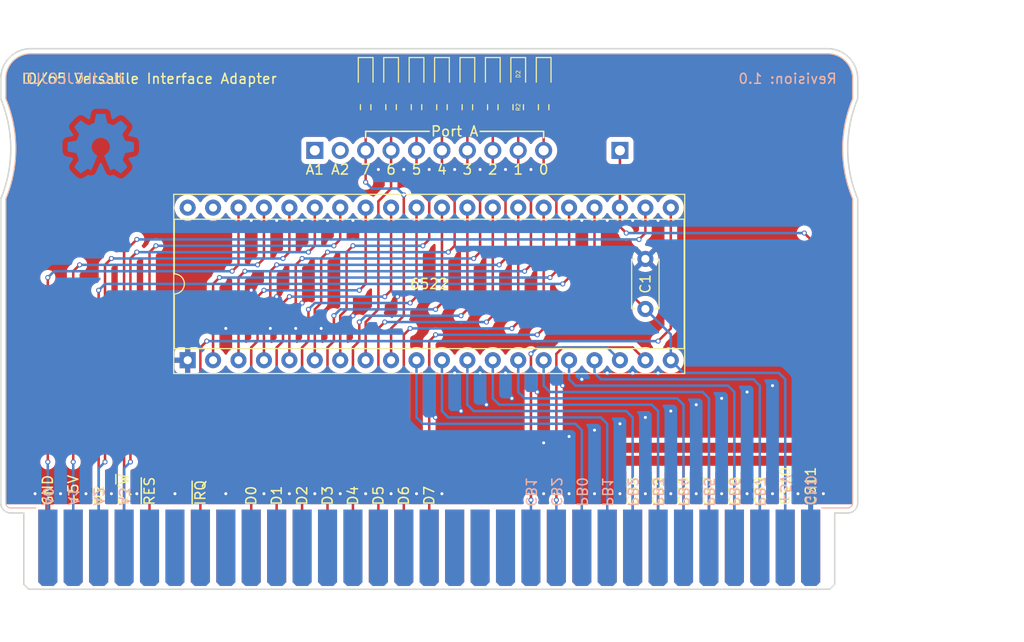
<source format=kicad_pcb>
(kicad_pcb (version 20211014) (generator pcbnew)
  (layers (0 "F.Cu" signal) (31 "B.Cu" signal) (34 "B.Paste" user) (35 "F.Paste" user) (36 "B.SilkS" user "B.Silkscreen") (37 "F.SilkS" user "F.Silkscreen") (38 "B.Mask" user) (39 "F.Mask" user) (44 "Edge.Cuts" user))
  (net 0 "")
  (net 1 "GND")
  (net 2 "Φ2")
  (net 3 "R{slash}~{W}")
  (net 4 "~{RES}")
  (net 6 "~{IRQ}")
  (net 8 "D7")
  (net 9 "D6")
  (net 10 "D5")
  (net 11 "D4")
  (net 12 "D3")
  (net 13 "D2")
  (net 14 "D1")
  (net 15 "D0")
  (net 18 "CS10")
  (net 19 "CS11")
  (net 24 "CS4")
  (net 25 "CS5")
  (net 26 "CS6")
  (net 27 "CS7")
  (net 28 "CS8")
  (net 29 "CS9")
  (net 30 "A3")
  (net 31 "A2")
  (net 32 "A1")
  (net 33 "A0")
  (net 34 "PA7")
  (net 35 "PA6")
  (net 36 "PA5")
  (net 37 "PA4")
  (net 38 "PA3")
  (net 39 "PA2")
  (net 40 "PA1")
  (net 41 "PA0")
  (net 42 "VCC")
  (net 47 "CB1")
  (net 48 "CB2")
  (net 49 "PB0")
  (net 50 "PB1")
  (net 51 "PB2")
  (net 52 "PB3")
  (net 53 "PB4")
  (net 54 "PB5")
  (net 55 "PB6")
  (net 56 "PB7")
  (net 57 "CA1")
  (net 58 "CA2")
  (net 59 "Net-(J2-Pad1)")
  (net 60 "Net-(D1-Pad2)")
  (net 61 "Net-(D2-Pad2)")
  (net 62 "Net-(D3-Pad2)")
  (net 63 "Net-(D4-Pad2)")
  (net 64 "Net-(D5-Pad2)")
  (net 65 "Net-(D6-Pad2)")
  (net 66 "Net-(D7-Pad2)")
  (net 67 "Net-(D8-Pad2)")
  (footprint "LED_SMD:LED_0603_1608Metric_Pad1.05x0.95mm_HandSolder" (layer "F.Cu") (at 3.81 -20.955 -90)
    (fp_text reference "D4" hide)
    (fp_text value "LED" hide)
  )
  (footprint "Jumper:SolderJumper-2_P1.3mm_Open_Pad1.0x1.5mm" (layer "F.Cu") (at 35.56 17.018 -90)
    (fp_text reference "JP10" hide)
    (fp_text value "SolderJumper_2_Open" hide)
  )
  (footprint "Jumper:SolderJumper-2_P1.3mm_Open_Pad1.0x1.5mm" (layer "F.Cu") (at 38.1 17.018 -90)
    (fp_text reference "JP11" hide)
    (fp_text value "SolderJumper_2_Open" hide)
  )
  (footprint "LED_SMD:LED_0603_1608Metric_Pad1.05x0.95mm_HandSolder" (layer "F.Cu") (at 8.89 -20.955 -90)
    (fp_text reference "D2")
    (fp_text value "LED" hide)
  )
  (footprint "Jumper:SolderJumper-2_P1.3mm_Open_Pad1.0x1.5mm" (layer "F.Cu") (at 22.86 17.018 -90)
    (fp_text reference "JP5" hide)
    (fp_text value "SolderJumper_2_Open" hide)
  )
  (footprint "Capacitor_THT:C_Disc_D4.7mm_W2.5mm_P5.00mm" (layer "F.Cu") (at 21.59 2.5 90)
    (fp_text reference "C1")
    (fp_text value "0.1uF" hide)
  )
  (footprint "LED_SMD:LED_0603_1608Metric_Pad1.05x0.95mm_HandSolder" (layer "F.Cu") (at -6.35 -20.955 -90)
    (fp_text reference "D8" hide)
    (fp_text value "LED" hide)
  )
  (footprint "IO65:BUS_PC_M" (layer "F.Cu") (at 0 26.36)
    (fp_text reference "Edge1" hide)
    (fp_text value "Edge Connector" hide)
  )
  (footprint "LED_SMD:LED_0603_1608Metric_Pad1.05x0.95mm_HandSolder" (layer "F.Cu") (at 6.35 -20.955 -90)
    (fp_text reference "D3" hide)
    (fp_text value "LED" hide)
  )
  (footprint "LED_SMD:LED_0603_1608Metric_Pad1.05x0.95mm_HandSolder" (layer "F.Cu") (at 1.27 -20.955 -90)
    (fp_text reference "D5" hide)
    (fp_text value "LED" hide)
  )
  (footprint "Resistor_SMD:R_0603_1608Metric_Pad0.98x0.95mm_HandSolder" (layer "F.Cu") (at 1.27 -17.653 90)
    (fp_text reference "R5" hide)
    (fp_text value "R" hide)
  )
  (footprint "Jumper:SolderJumper-2_P1.3mm_Open_Pad1.0x1.5mm" (layer "F.Cu") (at 25.4 17.018 -90)
    (fp_text reference "JP6" hide)
    (fp_text value "SolderJumper_2_Open" hide)
  )
  (footprint "Resistor_SMD:R_0603_1608Metric_Pad0.98x0.95mm_HandSolder" (layer "F.Cu") (at 8.89 -17.653 90)
    (fp_text reference "R2")
    (fp_text value "R" hide)
  )
  (footprint "LED_SMD:LED_0603_1608Metric_Pad1.05x0.95mm_HandSolder" (layer "F.Cu") (at -3.81 -20.955 -90)
    (fp_text reference "D7" hide)
    (fp_text value "LED" hide)
  )
  (footprint "Resistor_SMD:R_0603_1608Metric_Pad0.98x0.95mm_HandSolder" (layer "F.Cu") (at 11.43 -17.653 90)
    (fp_text reference "R1" hide)
    (fp_text value "R" hide)
  )
  (footprint "Jumper:SolderJumper-2_P1.3mm_Open_Pad1.0x1.5mm" (layer "F.Cu") (at 27.94 17.018 -90)
    (fp_text reference "JP7" hide)
    (fp_text value "SolderJumper_2_Open" hide)
  )
  (footprint "Resistor_SMD:R_0603_1608Metric_Pad0.98x0.95mm_HandSolder" (layer "F.Cu") (at -1.27 -17.653 90)
    (fp_text reference "R6" hide)
    (fp_text value "R" hide)
  )
  (footprint "LED_SMD:LED_0603_1608Metric_Pad1.05x0.95mm_HandSolder" (layer "F.Cu") (at -1.27 -20.955 -90)
    (fp_text reference "D6" hide)
    (fp_text value "LED" hide)
  )
  (footprint "Resistor_SMD:R_0603_1608Metric_Pad0.98x0.95mm_HandSolder" (layer "F.Cu") (at -3.81 -17.653 90)
    (fp_text reference "R7" hide)
    (fp_text value "R" hide)
  )
  (footprint "LED_SMD:LED_0603_1608Metric_Pad1.05x0.95mm_HandSolder" (layer "F.Cu") (at 11.43 -20.955 -90)
    (fp_text reference "D1" hide)
    (fp_text value "LED" hide)
  )
  (footprint "Symbol:OSHW-Symbol_6.7x6mm_Copper" (layer "F.Cu") (at 32.8 -14)
    (fp_text reference "LogoFront" hide)
    (fp_text value "OSHW-Symbol_6.7x6mm_Copper" hide)
  )
  (footprint "Jumper:SolderJumper-2_P1.3mm_Open_Pad1.0x1.5mm" (layer "F.Cu") (at 33.02 17.018 -90)
    (fp_text reference "JP9" hide)
    (fp_text value "SolderJumper_2_Open" hide)
  )
  (footprint "Resistor_SMD:R_0603_1608Metric_Pad0.98x0.95mm_HandSolder" (layer "F.Cu") (at -6.35 -17.653 90)
    (fp_text reference "R8" hide)
    (fp_text value "R" hide)
  )
  (footprint "Resistor_SMD:R_0603_1608Metric_Pad0.98x0.95mm_HandSolder" (layer "F.Cu") (at 6.35 -17.653 90)
    (fp_text reference "R3" hide)
    (fp_text value "R" hide)
  )
  (footprint "Jumper:SolderJumper-2_P1.3mm_Open_Pad1.0x1.5mm" (layer "F.Cu") (at 20.32 17.018 -90)
    (fp_text reference "JP4" hide)
    (fp_text value "SolderJumper_2_Open" hide)
  )
  (footprint "Package_DIP:DIP-40_W15.24mm_Socket" (layer "F.Cu") (at -24.13 7.62 90)
    (fp_text reference "U1" hide)
    (fp_text value "6522")
  )
  (footprint "Symbol:OSHW-Symbol_6.7x6mm_Copper" (layer "F.Cu") (at 32.8 -14)
    (fp_text reference "LogoFrontMask" hide)
    (fp_text value "OSHW-Symbol_6.7x6mm_Copper" hide)
  )
  (footprint "Jumper:SolderJumper-2_P1.3mm_Open_Pad1.0x1.5mm" (layer "F.Cu") (at 30.48 17.018 -90)
    (fp_text reference "JP8" hide)
    (fp_text value "SolderJumper_2_Open" hide)
  )
  (footprint "Resistor_SMD:R_0603_1608Metric_Pad0.98x0.95mm_HandSolder" (layer "F.Cu") (at 3.81 -17.653 90)
    (fp_text reference "R4" hide)
    (fp_text value "R" hide)
  )
  (footprint "Symbol:OSHW-Symbol_6.7x6mm_Copper" (layer "B.Cu") (at -32.8 -14 180)
    (fp_text reference "LogoBack" hide)
    (fp_text value "OSHW-Symbol_6.7x6mm_Copper" hide)
  )
  (footprint "Connector_PinSocket_2.54mm:PinSocket_1x10_P2.54mm_Horizontal" (layer "B.Cu") (at -11.43 -13.335 -90)
    (fp_text reference "J1" hide)
    (fp_text value "Conn_01x08" hide)
  )
  (footprint "Symbol:OSHW-Symbol_6.7x6mm_Copper" (layer "B.Cu") (at -32.8 -14 180)
    (fp_text reference "LogoBackMask" hide)
    (fp_text value "OSHW-Symbol_6.7x6mm_Copper" hide)
  )
  (footprint "Connector_PinSocket_2.54mm:PinSocket_1x01_P2.54mm_Horizontal" (layer "B.Cu") (at 19.05 -13.335 -90)
    (fp_text reference "J2" hide)
    (fp_text value "Conn_01x01" hide)
  )
  (gr_arc (start 42.3 21.88) (mid 42.153553 22.233553) (end 41.8 22.38) (layer "B.SilkS") (width 0.1))
  (gr_line (start -39.8 -23) (end 39.8 -23) (layer "B.SilkS") (width 0.1))
  (gr_line (start 42.3 -8.5) (end 42.3 21.88) (layer "B.SilkS") (width 0.1))
  (gr_arc (start -41.8 22.38) (mid -42.153553 22.233553) (end -42.3 21.88) (layer "B.SilkS") (width 0.1))
  (gr_line (start 42.3 -20.5) (end 42.3 -18.5) (layer "B.SilkS") (width 0.1))
  (gr_line (start -41.8 22.38) (end -39.3 22.38) (layer "B.SilkS") (width 0.1))
  (gr_arc (start -42.3 -20.5) (mid -41.567767 -22.267767) (end -39.8 -23) (layer "B.SilkS") (width 0.1))
  (gr_line (start -42.3 -20.5) (end -42.3 -18.5) (layer "B.SilkS") (width 0.1))
  (gr_arc (start 42.3 -8.5) (mid 41.300901 -13.5) (end 42.3 -18.5) (layer "B.SilkS") (width 0.1))
  (gr_arc (start 39.8 -23) (mid 41.567767 -22.267767) (end 42.3 -20.5) (layer "B.SilkS") (width 0.1))
  (gr_line (start -42.3 21.88) (end -42.3 -8.5) (layer "B.SilkS") (width 0.1))
  (gr_arc (start -42.3 -18.5) (mid -41.300901 -13.5) (end -42.3 -8.5) (layer "B.SilkS") (width 0.1))
  (gr_line (start 41.8 22.38) (end 39.2 22.38) (layer "B.SilkS") (width 0.1))
  (gr_arc (start -42.3 -20.5) (mid -41.567767 -22.267767) (end -39.8 -23) (layer "F.SilkS") (width 0.1))
  (gr_line (start -6.35 -14.605) (end -6.35 -15.24) (layer "F.SilkS") (width 0.15))
  (gr_line (start -39.8 -23) (end 39.8 -23) (layer "F.SilkS") (width 0.1))
  (gr_line (start 11.43 -15.24) (end 5.08 -15.24) (layer "F.SilkS") (width 0.15))
  (gr_line (start 41.8 22.38) (end 39.2 22.38) (layer "F.SilkS") (width 0.1))
  (gr_arc (start -41.8 22.38) (mid -42.153553 22.233553) (end -42.3 21.88) (layer "F.SilkS") (width 0.1))
  (gr_arc (start 42.3 21.88) (mid 42.153553 22.233553) (end 41.8 22.38) (layer "F.SilkS") (width 0.1))
  (gr_line (start 42.3 -20.5) (end 42.3 -18.5) (layer "F.SilkS") (width 0.1))
  (gr_arc (start -42.3 -18.5) (mid -41.300901 -13.5) (end -42.3 -8.5) (layer "F.SilkS") (width 0.1))
  (gr_arc (start 42.3 -8.5) (mid 41.300901 -13.5) (end 42.3 -18.5) (layer "F.SilkS") (width 0.1))
  (gr_line (start -42.3 -20.5) (end -42.3 -18.5) (layer "F.SilkS") (width 0.1))
  (gr_arc (start 39.8 -23) (mid 41.567767 -22.267767) (end 42.3 -20.5) (layer "F.SilkS") (width 0.1))
  (gr_line (start 42.3 -8.5) (end 42.3 21.88) (layer "F.SilkS") (width 0.1))
  (gr_line (start 11.43 -14.605) (end 11.43 -15.24) (layer "F.SilkS") (width 0.15))
  (gr_line (start -42.3 21.88) (end -42.3 -8.5) (layer "F.SilkS") (width 0.1))
  (gr_line (start -6.35 -15.24) (end 0 -15.24) (layer "F.SilkS") (width 0.15))
  (gr_line (start -41.8 22.38) (end -39.3 22.38) (layer "F.SilkS") (width 0.1))
  (gr_arc (start 42.8 21.88) (mid 42.507107 22.587107) (end 41.8 22.88) (layer "Edge.Cuts") (width 0.15))
  (gr_line (start 40.5 22.88) (end 40.5 30) (layer "Edge.Cuts") (width 0.15))
  (gr_line (start 40.5 22.88) (end 41.8 22.88) (layer "Edge.Cuts") (width 0.15))
  (gr_line (start -40.5 22.88) (end -40.5 30) (layer "Edge.Cuts") (width 0.15))
  (gr_arc (start 39.8 -23.5) (mid 41.92132 -22.62132) (end 42.8 -20.5) (layer "Edge.Cuts") (width 0.15))
  (gr_line (start -40.5 22.88) (end -41.8 22.88) (layer "Edge.Cuts") (width 0.15))
  (gr_line (start -42.8 21.88) (end -42.8 -8.5) (layer "Edge.Cuts") (width 0.15))
  (gr_line (start -40 30.5) (end 40 30.5) (layer "Edge.Cuts") (width 0.15))
  (gr_arc (start 42.8 -8.5) (mid 41.800901 -13.5) (end 42.8 -18.5) (layer "Edge.Cuts") (width 0.15))
  (gr_line (start -42.8 -20.5) (end -42.8 -18.5) (layer "Edge.Cuts") (width 0.15))
  (gr_line (start -40.5 30) (end -40 30.5) (layer "Edge.Cuts") (width 0.15))
  (gr_arc (start -42.8 -20.5) (mid -41.92132 -22.62132) (end -39.8 -23.5) (layer "Edge.Cuts") (width 0.15))
  (gr_line (start -39.8 -23.5) (end 39.8 -23.5) (layer "Edge.Cuts") (width 0.15))
  (gr_arc (start -41.8 22.88) (mid -42.507107 22.587107) (end -42.8 21.88) (layer "Edge.Cuts") (width 0.15))
  (gr_line (start 42.8 -20.5) (end 42.8 -18.5) (layer "Edge.Cuts") (width 0.15))
  (gr_line (start 40 30.5) (end 40.5 30) (layer "Edge.Cuts") (width 0.15))
  (gr_arc (start -42.8 -18.5) (mid -41.800901 -13.5) (end -42.8 -8.5) (layer "Edge.Cuts") (width 0.15))
  (gr_line (start 42.8 -8.5) (end 42.8 21.88) (layer "Edge.Cuts") (width 0.15))
  (gr_text "PB2" (at 20.32 22.352 270) (layer "B.SilkS") (effects (font (size 1 1)) (justify left mirror)))
  (gr_text "JLCJLCJLCJLC" (at -40.7 -20.5) (layer "B.SilkS") (effects (font (size 1 1)) (justify right mirror)))
  (gr_text "PB4" (at 25.4 22.352 270) (layer "B.SilkS") (effects (font (size 1 1)) (justify left mirror)))
  (gr_text "GND" (at 38.1 22.225 -90) (layer "B.SilkS") (effects (font (size 1 1)) (justify left mirror)))
  (gr_text "A3" (at -30.48 22.225 270) (layer "B.SilkS") (effects (font (size 1 1)) (justify left mirror)))
  (gr_text "+5V" (at 35.56 22.225 -90) (layer "B.SilkS") (effects (font (size 1 1)) (justify left mirror)))
  (gr_text "Revision: 1.0" (at 40.799995 -20.5) (layer "B.SilkS") (effects (font (size 1 1)) (justify left mirror)))
  (gr_text "CB1" (at 10.16 22.352 270) (layer "B.SilkS") (effects (font (size 1 1)) (justify left mirror)))
  (gr_text "PB5" (at 27.94 22.352 270) (layer "B.SilkS") (effects (font (size 1 1)) (justify left mirror)))
  (gr_text "PB7" (at 33.02 22.352 270) (layer "B.SilkS") (effects (font (size 1 1)) (justify left mirror)))
  (gr_text "PB0" (at 15.24 22.352 270) (layer "B.SilkS") (effects (font (size 1 1)) (justify left mirror)))
  (gr_text "PB3" (at 22.86 22.352 270) (layer "B.SilkS") (effects (font (size 1 1)) (justify left mirror)))
  (gr_text "A0" (at -38.1 22.225 270) (layer "B.SilkS") (effects (font (size 1 1)) (justify left mirror)))
  (gr_text "A2" (at -33.02 22.225 270) (layer "B.SilkS") (effects (font (size 1 1)) (justify left mirror)))
  (gr_text "PB6" (at 30.48 22.352 270) (layer "B.SilkS") (effects (font (size 1 1)) (justify left mirror)))
  (gr_text "CB2" (at 12.7 22.352 270) (layer "B.SilkS") (effects (font (size 1 1)) (justify left mirror)))
  (gr_text "PB1" (at 17.78 22.352 270) (layer "B.SilkS") (effects (font (size 1 1)) (justify left mirror)))
  (gr_text "A1" (at -35.56 22.225 270) (layer "B.SilkS") (effects (font (size 1 1)) (justify left mirror)))
  (gr_text "CS9" (at 33.02 22.225 90) (layer "F.SilkS") (effects (font (size 1 1)) (justify left)))
  (gr_text "" (at 15.24 -15.24) (layer "F.SilkS") (effects (font (size 1.27 1.27))))
  (gr_text "" (at 15.24 -15.24) (layer "F.SilkS") (effects (font (size 1.27 1.27))))
  (gr_text "" (at 20.32 -15.24) (layer "F.SilkS") (effects (font (size 1.27 1.27))))
  (gr_text "R/~{W}" (at -30.48 22.225 90) (layer "F.SilkS") (effects (font (size 1 1)) (justify left)))
  (gr_text "IO/65 Versatile Interface Adapter" (at -40.799999 -20.5) (layer "F.SilkS") (effects (font (size 1 1)) (justify left)))
  (gr_text "" (at 10.16 -15.24) (layer "F.SilkS") (effects (font (size 1.27 1.27))))
  (gr_text "" (at 40.64 -15.24) (layer "F.SilkS") (effects (font (size 1.27 1.27))))
  (gr_text "" (at -24.13 -10.795) (layer "F.SilkS") (effects (font (size 1.27 1.27))))
  (gr_text "5" (at -1.27 -11.43) (layer "F.SilkS") (effects (font (size 1 1))))
  (gr_text "1" (at 8.89 -11.43) (layer "F.SilkS") (effects (font (size 1 1))))
  (gr_text "A1" (at -11.43 -11.43) (layer "F.SilkS") (effects (font (size 1 1))))
  (gr_text "CS6" (at 25.4 22.225 90) (layer "F.SilkS") (effects (font (size 1 1)) (justify left)))
  (gr_text "" (at 33.02 -15.24) (layer "F.SilkS") (effects (font (size 1.27 1.27))))
  (gr_text "" (at 10.16 -15.24) (layer "F.SilkS") (effects (font (size 1.27 1.27))))
  (gr_text "" (at 38.1 -15.24) (layer "F.SilkS") (effects (font (size 1.27 1.27))))
  (gr_text "" (at 30.48 -15.24) (layer "F.SilkS") (effects (font (size 1.27 1.27))))
  (gr_text "" (at 25.4 -15.24) (layer "F.SilkS") (effects (font (size 1.27 1.27))))
  (gr_text "" (at 5.08 -15.24) (layer "F.SilkS") (effects (font (size 1.27 1.27))))
  (gr_text "" (at 12.7 -15.24) (layer "F.SilkS") (effects (font (size 1.27 1.27))))
  (gr_text "" (at 20.32 -15.24) (layer "F.SilkS") (effects (font (size 1.27 1.27))))
  (gr_text "CS7" (at 27.94 22.225 90) (layer "F.SilkS") (effects (font (size 1 1)) (justify left)))
  (gr_text "" (at 17.365 -9.495) (layer "F.SilkS") (effects (font (size 1.27 1.27))))
  (gr_text "" (at 12.7 -15.24) (layer "F.SilkS") (effects (font (size 1.27 1.27))))
  (gr_text "" (at 17.78 -15.24) (layer "F.SilkS") (effects (font (size 1.27 1.27))))
  (gr_text "" (at -24.13 -10.795) (layer "F.SilkS") (effects (font (size 1.27 1.27))))
  (gr_text "" (at 27.94 -15.24) (layer "F.SilkS") (effects (font (size 1.27 1.27))))
  (gr_text "" (at -19.05 -10.795) (layer "F.SilkS") (effects (font (size 1.27 1.27))))
  (gr_text "CS11" (at 38.1 22.225 90) (layer "F.SilkS") (effects (font (size 1 1)) (justify left)))
  (gr_text "CS8" (at 30.48 22.225 90) (layer "F.SilkS") (effects (font (size 1 1)) (justify left)))
  (gr_text "D4" (at -7.62 22.225 90) (layer "F.SilkS") (effects (font (size 1 1)) (justify left)))
  (gr_text "GND" (at -38.1 22.225 90) (layer "F.SilkS") (effects (font (size 1 1)) (justify left)))
  (gr_text "" (at 35.56 -15.24) (layer "F.SilkS") (effects (font (size 1.27 1.27))))
  (gr_text "CS10" (at 35.56 22.225 90) (layer "F.SilkS") (effects (font (size 1 1)) (justify left)))
  (gr_text "" (at 38.1 -15.24) (layer "F.SilkS") (effects (font (size 1.27 1.27))))
  (gr_text "~{IRQ}" (at -22.86 22.225 90) (layer "F.SilkS") (effects (font (size 1 1)) (justify left)))
  (gr_text "D1" (at -15.24 22.225 90) (layer "F.SilkS") (effects (font (size 1 1)) (justify left)))
  (gr_text "" (at 19.905 -9.495) (layer "F.SilkS") (effects (font (size 1.27 1.27))))
  (gr_text "~{RES}" (at -27.94 22.225 90) (layer "F.SilkS") (effects (font (size 1 1)) (justify left)))
  (gr_text "D7" (at 0 22.225 90) (layer "F.SilkS") (effects (font (size 1 1)) (justify left)))
  (gr_text "" (at -19.05 -10.795) (layer "F.SilkS") (effects (font (size 1.27 1.27))))
  (gr_text "D6" (at -2.54 22.225 90) (layer "F.SilkS") (effects (font (size 1 1)) (justify left)))
  (gr_text "" (at 25.4 -15.24) (layer "F.SilkS") (effects (font (size 1.27 1.27))))
  (gr_text "D3" (at -10.16 22.225 90) (layer "F.SilkS") (effects (font (size 1 1)) (justify left)))
  (gr_text "A2" (at -8.89 -11.43) (layer "F.SilkS") (effects (font (size 1 1))))
  (gr_text "6" (at -3.81 -11.43) (layer "F.SilkS") (effects (font (size 1 1))))
  (gr_text "Φ2" (at -33.02 22.225 90) (layer "F.SilkS") (effects (font (size 1 1)) (justify left)))
  (gr_text "" (at 19.905 -9.495) (layer "F.SilkS") (effects (font (size 1.27 1.27))))
  (gr_text "D2" (at -12.7 22.225 90) (layer "F.SilkS") (effects (font (size 1 1)) (justify left)))
  (gr_text "" (at 7.62 -15.24) (layer "F.SilkS") (effects (font (size 1.27 1.27))))
  (gr_text "" (at 5.08 -15.24) (layer "F.SilkS") (effects (font (size 1.27 1.27))))
  (gr_text "" (at 40.64 -15.24) (layer "F.SilkS") (effects (font (size 1.27 1.27))))
  (gr_text "" (at 33.02 -15.24) (layer "F.SilkS") (effects (font (size 1.27 1.27))))
  (gr_text "" (at 22.445 -9.495) (layer "F.SilkS") (effects (font (size 1.27 1.27))))
  (gr_text "D5" (at -5.08 22.225 90) (layer "F.SilkS") (effects (font (size 1 1)) (justify left)))
  (gr_text "4" (at 1.27 -11.43) (layer "F.SilkS") (effects (font (size 1 1))))
  (gr_text "" (at 7.62 -15.24) (layer "F.SilkS") (effects (font (size 1.27 1.27))))
  (gr_text "0" (at 11.43 -11.43) (layer "F.SilkS") (effects (font (size 1 1))))
  (gr_text "CS4" (at 20.32 22.225 90) (layer "F.SilkS") (effects (font (size 1 1)) (justify left)))
  (gr_text "" (at 35.56 -15.24) (layer "F.SilkS") (effects (font (size 1.27 1.27))))
  (gr_text "CS5" (at 22.86 22.225 90) (layer "F.SilkS") (effects (font (size 1 1)) (justify left)))
  (gr_text "" (at 22.86 -15.24) (layer "F.SilkS") (effects (font (size 1.27 1.27))))
  (gr_text "" (at 27.94 -15.24) (layer "F.SilkS") (effects (font (size 1.27 1.27))))
  (gr_text "+5V" (at -35.56 22.225 90) (layer "F.SilkS") (effects (font (size 1 1)) (justify left)))
  (gr_text "D0" (at -17.78 22.225 90) (layer "F.SilkS") (effects (font (size 1 1)) (justify left)))
  (gr_text "" (at 17.365 -9.495) (layer "F.SilkS") (effects (font (size 1.27 1.27))))
  (gr_text "7" (at -6.35 -11.43) (layer "F.SilkS") (effects (font (size 1 1))))
  (gr_text "" (at 17.78 -15.24) (layer "F.SilkS") (effects (font (size 1.27 1.27))))
  (gr_text "" (at -21.59 -10.795) (layer "F.SilkS") (effects (font (size 1.27 1.27))))
  (gr_text "" (at 30.48 -15.24) (layer "F.SilkS") (effects (font (size 1.27 1.27))))
  (gr_text "" (at 22.445 -9.495) (layer "F.SilkS") (effects (font (size 1.27 1.27))))
  (gr_text "" (at -21.59 -10.795) (layer "F.SilkS") (effects (font (size 1.27 1.27))))
  (gr_text "Port A" (at 2.54 -15.24) (layer "F.SilkS") (effects (font (size 1 1))))
  (gr_text "3" (at 3.81 -11.43) (layer "F.SilkS") (effects (font (size 1 1))))
  (gr_text "" (at 22.86 -15.24) (layer "F.SilkS") (effects (font (size 1.27 1.27))))
  (gr_text "2" (at 6.35 -11.43) (layer "F.SilkS") (effects (font (size 1 1))))
  (via (at -20.32 4.445) (size 0.5) (drill 0.3) (layers "F.Cu" "B.Cu") (net 1))
  (via (at 1.27 20.955) (size 0.5) (drill 0.3) (layers "F.Cu" "B.Cu") (net 1))
  (via (at 0 -11.43) (size 0.5) (drill 0.3) (layers "F.Cu" "B.Cu") (net 1))
  (via (at 26.67 20.955) (size 0.5) (drill 0.3) (layers "F.Cu" "B.Cu") (net 1))
  (via (at 2.54 8.89) (size 0.5) (drill 0.3) (layers "F.Cu" "B.Cu") (net 1))
  (via (at 0.635 13.335) (size 0.5) (drill 0.3) (layers "F.Cu" "B.Cu") (net 1))
  (via (at 13.97 20.955) (size 0.5) (drill 0.3) (layers "F.Cu" "B.Cu") (net 1))
  (via (at -6.35 20.955) (size 0.5) (drill 0.3) (layers "F.Cu" "B.Cu") (net 1))
  (via (at 21.59 13.335) (size 0.5) (drill 0.3) (layers "F.Cu" "B.Cu") (net 1))
  (via (at -15.875 4.445) (size 0.5) (drill 0.3) (layers "F.Cu" "B.Cu") (net 1))
  (via (at 34.29 20.955) (size 0.5) (drill 0.3) (layers "F.Cu" "B.Cu") (net 1))
  (via (at 29.21 11.43) (size 0.5) (drill 0.3) (layers "F.Cu" "B.Cu") (net 1))
  (via (at 24.13 20.955) (size 0.5) (drill 0.3) (layers "F.Cu" "B.Cu") (net 1))
  (via (at 34.29 10.16) (size 0.5) (drill 0.3) (layers "F.Cu" "B.Cu") (net 1))
  (via (at 11.43 15.875) (size 0.5) (drill 0.3) (layers "F.Cu" "B.Cu") (net 1))
  (via (at 21.59 20.955) (size 0.5) (drill 0.3) (layers "F.Cu" "B.Cu") (net 1))
  (via (at -16.51 20.955) (size 0.5) (drill 0.3) (layers "F.Cu" "B.Cu") (net 1))
  (via (at 17.78 -6.35) (size 0.5) (drill 0.3) (layers "F.Cu" "B.Cu") (net 1))
  (via (at 22.86 8.89) (size 0.5) (drill 0.3) (layers "F.Cu" "B.Cu") (net 1))
  (via (at 7.62 8.89) (size 0.5) (drill 0.3) (layers "F.Cu" "B.Cu") (net 1))
  (via (at 15.24 -6.35) (size 0.5) (drill 0.3) (layers "F.Cu" "B.Cu") (net 1))
  (via (at 15.24 9.525) (size 0.5) (drill 0.3) (layers "F.Cu" "B.Cu") (net 1))
  (via (at -39.37 20.955) (size 0.5) (drill 0.3) (layers "F.Cu" "B.Cu") (net 1))
  (via (at -17.78 0.635) (size 0.5) (drill 0.3) (layers "F.Cu" "B.Cu") (net 1))
  (via (at -13.335 4.445) (size 0.5) (drill 0.3) (layers "F.Cu" "B.Cu") (net 1))
  (via (at -36.83 20.955) (size 0.5) (drill 0.3) (layers "F.Cu" "B.Cu") (net 1))
  (via (at -10.16 -6.35) (size 0.5) (drill 0.3) (layers "F.Cu" "B.Cu") (net 1))
  (via (at 20.32 8.89) (size 0.5) (drill 0.3) (layers "F.Cu" "B.Cu") (net 1))
  (via (at -29.21 20.955) (size 0.5) (drill 0.3) (layers "F.Cu" "B.Cu") (net 1))
  (via (at 20.32 -6.35) (size 0.5) (drill 0.3) (layers "F.Cu" "B.Cu") (net 1))
  (via (at 22.86 -6.35) (size 0.5) (drill 0.3) (layers "F.Cu" "B.Cu") (net 1))
  (via (at -10.795 4.445) (size 0.5) (drill 0.3) (layers "F.Cu" "B.Cu") (net 1))
  (via (at -7.62 -6.35) (size 0.5) (drill 0.3) (layers "F.Cu" "B.Cu") (net 1))
  (via (at 26.67 12.065) (size 0.5) (drill 0.3) (layers "F.Cu" "B.Cu") (net 1))
  (via (at 31.75 10.795) (size 0.5) (drill 0.3) (layers "F.Cu" "B.Cu") (net 1))
  (via (at -3.175 1.27) (size 0.5) (drill 0.3) (layers "F.Cu" "B.Cu") (net 1))
  (via (at 5.08 8.89) (size 0.5) (drill 0.3) (layers "F.Cu" "B.Cu") (net 1))
  (via (at 19.05 13.97) (size 0.5) (drill 0.3) (layers "F.Cu" "B.Cu") (net 1))
  (via (at 13.335 10.16) (size 0.5) (drill 0.3) (layers "F.Cu" "B.Cu") (net 1))
  (via (at 19.05 20.955) (size 0.5) (drill 0.3) (layers "F.Cu" "B.Cu") (net 1))
  (via (at -3.81 20.955) (size 0.5) (drill 0.3) (layers "F.Cu" "B.Cu") (net 1))
  (via (at 8.255 11.43) (size 0.5) (drill 0.3) (layers "F.Cu" "B.Cu") (net 1))
  (via (at -12.7 1.905) (size 0.5) (drill 0.3) (layers "F.Cu" "B.Cu") (net 1))
  (via (at 24.13 12.7) (size 0.5) (drill 0.3) (layers "F.Cu" "B.Cu") (net 1))
  (via (at -1.27 20.955) (size 0.5) (drill 0.3) (layers "F.Cu" "B.Cu") (net 1))
  (via (at 36.83 20.955) (size 0.5) (drill 0.3) (layers "F.Cu" "B.Cu") (net 1))
  (via (at -31.75 20.955) (size 0.5) (drill 0.3) (layers "F.Cu" "B.Cu") (net 1))
  (via (at -20.32 20.955) (size 0.5) (drill 0.3) (layers "F.Cu" "B.Cu") (net 1))
  (via (at -15.24 -6.35) (size 0.5) (drill 0.3) (layers "F.Cu" "B.Cu") (net 1))
  (via (at -8.89 20.955) (size 0.5) (drill 0.3) (layers "F.Cu" "B.Cu") (net 1))
  (via (at 3.175 12.7) (size 0.5) (drill 0.3) (layers "F.Cu" "B.Cu") (net 1))
  (via (at 5.715 12.065) (size 0.5) (drill 0.3) (layers "F.Cu" "B.Cu") (net 1))
  (via (at -25.4 20.955) (size 0.5) (drill 0.3) (layers "F.Cu" "B.Cu") (net 1))
  (via (at -7.62 3.175) (size 0.5) (drill 0.3) (layers "F.Cu" "B.Cu") (net 1))
  (via (at 10.16 -11.43) (size 0.5) (drill 0.3) (layers "F.Cu" "B.Cu") (net 1))
  (via (at -13.97 20.955) (size 0.5) (drill 0.3) (layers "F.Cu" "B.Cu") (net 1))
  (via (at 13.97 15.24) (size 0.5) (drill 0.3) (layers "F.Cu" "B.Cu") (net 1))
  (via (at 7.62 -11.43) (size 0.5) (drill 0.3) (layers "F.Cu" "B.Cu") (net 1))
  (via (at 29.21 20.955) (size 0.5) (drill 0.3) (layers "F.Cu" "B.Cu") (net 1))
  (via (at 5.08 -11.43) (size 0.5) (drill 0.3) (layers "F.Cu" "B.Cu") (net 1))
  (via (at 2.54 -11.43) (size 0.5) (drill 0.3) (layers "F.Cu" "B.Cu") (net 1))
  (via (at 10.795 10.795) (size 0.5) (drill 0.3) (layers "F.Cu" "B.Cu") (net 1))
  (via (at -15.24 1.27) (size 0.5) (drill 0.3) (layers "F.Cu" "B.Cu") (net 1))
  (via (at -2.54 -11.43) (size 0.5) (drill 0.3) (layers "F.Cu" "B.Cu") (net 1))
  (via (at 31.75 20.955) (size 0.5) (drill 0.3) (layers "F.Cu" "B.Cu") (net 1))
  (via (at 11.43 20.955) (size 0.5) (drill 0.3) (layers "F.Cu" "B.Cu") (net 1))
  (via (at -34.29 20.955) (size 0.5) (drill 0.3) (layers "F.Cu" "B.Cu") (net 1))
  (via (at -5.08 -11.43) (size 0.5) (drill 0.3) (layers "F.Cu" "B.Cu") (net 1))
  (via (at 39.37 20.955) (size 0.5) (drill 0.3) (layers "F.Cu" "B.Cu") (net 1))
  (via (at -12.7 -6.35) (size 0.5) (drill 0.3) (layers "F.Cu" "B.Cu") (net 1))
  (via (at 17.78 8.89) (size 0.5) (drill 0.3) (layers "F.Cu" "B.Cu") (net 1))
  (via (at -17.78 -6.35) (size 0.5) (drill 0.3) (layers "F.Cu" "B.Cu") (net 1))
  (via (at 16.51 14.605) (size 0.5) (drill 0.3) (layers "F.Cu" "B.Cu") (net 1))
  (via (at 16.51 20.955) (size 0.5) (drill 0.3) (layers "F.Cu" "B.Cu") (net 1))
  (via (at -11.43 20.955) (size 0.5) (drill 0.3) (layers "F.Cu" "B.Cu") (net 1))
  (segment (start 13.97 -7.62) (end 13.97 -0.635) (width 0.25) (layer "F.Cu") (net 2))
  (segment (start -33.02 0.635) (end -33.02 26.36) (width 0.25) (layer "F.Cu") (net 2))
  (segment (start 13.97 -0.635) (end 13.335 0) (width 0.25) (layer "F.Cu") (net 2))
  (via (at 13.335 0) (size 0.5) (drill 0.3) (layers "F.Cu" "B.Cu") (net 2))
  (via (at -33.02 0.635) (size 0.5) (drill 0.3) (layers "F.Cu" "B.Cu") (net 2))
  (segment (start -32.385 0) (end -33.02 0.635) (width 0.25) (layer "B.Cu") (net 2))
  (segment (start 13.335 0) (end -32.385 0) (width 0.25) (layer "B.Cu") (net 2))
  (segment (start 20.955 -4.445) (end 21.59 -5.08) (width 0.25) (layer "F.Cu") (net 3))
  (segment (start -30.48 -3.175) (end -30.48 26.36) (width 0.25) (layer "F.Cu") (net 3))
  (segment (start -29.21 -4.445) (end -30.48 -3.175) (width 0.25) (layer "F.Cu") (net 3))
  (segment (start 21.59 -5.08) (end 21.59 -7.62) (width 0.25) (layer "F.Cu") (net 3))
  (via (at -29.21 -4.445) (size 0.5) (drill 0.3) (layers "F.Cu" "B.Cu") (net 3))
  (via (at 20.955 -4.445) (size 0.5) (drill 0.3) (layers "F.Cu" "B.Cu") (net 3))
  (segment (start -29.21 -4.445) (end 20.955 -4.445) (width 0.25) (layer "B.Cu") (net 3))
  (segment (start -8.89 -7.62) (end -8.89 -4.445) (width 0.25) (layer "F.Cu") (net 4))
  (segment (start -27.94 -3.175) (end -27.94 26.36) (width 0.25) (layer "F.Cu") (net 4))
  (segment (start -8.89 -4.445) (end -9.525 -3.81) (width 0.25) (layer "F.Cu") (net 4))
  (segment (start -27.305 -3.81) (end -27.94 -3.175) (width 0.25) (layer "F.Cu") (net 4))
  (via (at -9.525 -3.81) (size 0.5) (drill 0.3) (layers "F.Cu" "B.Cu") (net 4))
  (via (at -27.305 -3.81) (size 0.5) (drill 0.3) (layers "F.Cu" "B.Cu") (net 4))
  (segment (start -9.525 -3.81) (end -27.305 -3.81) (width 0.25) (layer "B.Cu") (net 4))
  (segment (start 22.86 5.715) (end 24.13 4.445) (width 0.25) (layer "F.Cu") (net 6))
  (segment (start -22.86 6.35) (end -22.225 5.715) (width 0.25) (layer "F.Cu") (net 6))
  (segment (start 24.13 4.445) (end 24.13 -7.62) (width 0.25) (layer "F.Cu") (net 6))
  (segment (start -22.86 26.36) (end -22.86 6.35) (width 0.25) (layer "F.Cu") (net 6))
  (via (at 22.86 5.715) (size 0.5) (drill 0.3) (layers "F.Cu" "B.Cu") (net 6))
  (via (at -22.225 5.715) (size 0.5) (drill 0.3) (layers "F.Cu" "B.Cu") (net 6))
  (segment (start -22.225 5.715) (end 22.86 5.715) (width 0.25) (layer "B.Cu") (net 6))
  (segment (start 0 26.36) (end 0 5.715) (width 0.25) (layer "F.Cu") (net 8))
  (segment (start 10.795 5.08) (end 11.43 4.445) (width 0.25) (layer "F.Cu") (net 8))
  (segment (start 11.43 4.445) (end 11.43 -7.62) (width 0.25) (layer "F.Cu") (net 8))
  (segment (start 0 5.715) (end 0.635 5.08) (width 0.25) (layer "F.Cu") (net 8))
  (via (at 10.795 5.08) (size 0.5) (drill 0.3) (layers "F.Cu" "B.Cu") (net 8))
  (via (at 0.635 5.08) (size 0.5) (drill 0.3) (layers "F.Cu" "B.Cu") (net 8))
  (segment (start 10.795 5.08) (end 0.635 5.08) (width 0.25) (layer "B.Cu") (net 8))
  (segment (start 8.255 4.445) (end 8.89 3.81) (width 0.25) (layer "F.Cu") (net 9))
  (segment (start 8.89 3.81) (end 8.89 -7.62) (width 0.25) (layer "F.Cu") (net 9))
  (segment (start -2.54 5.08) (end -1.905 4.445) (width 0.25) (layer "F.Cu") (net 9))
  (segment (start -2.54 26.36) (end -2.54 5.08) (width 0.25) (layer "F.Cu") (net 9))
  (via (at 8.255 4.445) (size 0.5) (drill 0.3) (layers "F.Cu" "B.Cu") (net 9))
  (via (at -1.905 4.445) (size 0.5) (drill 0.3) (layers "F.Cu" "B.Cu") (net 9))
  (segment (start 8.255 4.445) (end -1.905 4.445) (width 0.25) (layer "B.Cu") (net 9))
  (segment (start -5.08 26.36) (end -5.08 4.445) (width 0.25) (layer "F.Cu") (net 10))
  (segment (start -5.08 4.445) (end -4.445 3.81) (width 0.25) (layer "F.Cu") (net 10))
  (segment (start 5.715 3.81) (end 6.35 3.175) (width 0.25) (layer "F.Cu") (net 10))
  (segment (start 6.35 3.175) (end 6.35 -7.62) (width 0.25) (layer "F.Cu") (net 10))
  (via (at 5.715 3.81) (size 0.5) (drill 0.3) (layers "F.Cu" "B.Cu") (net 10))
  (via (at -4.445 3.81) (size 0.5) (drill 0.3) (layers "F.Cu" "B.Cu") (net 10))
  (segment (start 5.715 3.81) (end -4.445 3.81) (width 0.25) (layer "B.Cu") (net 10))
  (segment (start -6.985 3.81) (end -6.985 5.715) (width 0.25) (layer "F.Cu") (net 11))
  (segment (start -6.985 5.715) (end -7.62 6.35) (width 0.25) (layer "F.Cu") (net 11))
  (segment (start 3.81 2.54) (end 3.81 -7.62) (width 0.25) (layer "F.Cu") (net 11))
  (segment (start 3.175 3.175) (end 3.81 2.54) (width 0.25) (layer "F.Cu") (net 11))
  (segment (start -7.62 6.35) (end -7.62 26.36) (width 0.25) (layer "F.Cu") (net 11))
  (via (at -6.985 3.81) (size 0.5) (drill 0.3) (layers "F.Cu" "B.Cu") (net 11))
  (via (at 3.175 3.175) (size 0.5) (drill 0.3) (layers "F.Cu" "B.Cu") (net 11))
  (segment (start 3.175 3.175) (end -6.35 3.175) (width 0.25) (layer "B.Cu") (net 11))
  (segment (start -6.35 3.175) (end -6.985 3.81) (width 0.25) (layer "B.Cu") (net 11))
  (segment (start -9.525 3.175) (end -9.525 5.715) (width 0.25) (layer "F.Cu") (net 12))
  (segment (start -10.16 6.35) (end -10.16 26.36) (width 0.25) (layer "F.Cu") (net 12))
  (segment (start 0.635 2.54) (end 1.27 1.905) (width 0.25) (layer "F.Cu") (net 12))
  (segment (start 1.27 1.905) (end 1.27 -7.62) (width 0.25) (layer "F.Cu") (net 12))
  (segment (start -9.525 5.715) (end -10.16 6.35) (width 0.25) (layer "F.Cu") (net 12))
  (via (at 0.635 2.54) (size 0.5) (drill 0.3) (layers "F.Cu" "B.Cu") (net 12))
  (via (at -9.525 3.175) (size 0.5) (drill 0.3) (layers "F.Cu" "B.Cu") (net 12))
  (segment (start -8.89 2.54) (end 0.635 2.54) (width 0.25) (layer "B.Cu") (net 12))
  (segment (start -9.525 3.175) (end -8.89 2.54) (width 0.25) (layer "B.Cu") (net 12))
  (segment (start -1.905 1.905) (end -1.27 1.27) (width 0.25) (layer "F.Cu") (net 13))
  (segment (start -12.065 2.54) (end -12.065 5.715) (width 0.25) (layer "F.Cu") (net 13))
  (segment (start -12.065 5.715) (end -12.7 6.35) (width 0.25) (layer "F.Cu") (net 13))
  (segment (start -12.7 6.35) (end -12.7 26.36) (width 0.25) (layer "F.Cu") (net 13))
  (segment (start -1.27 1.27) (end -1.27 -7.62) (width 0.25) (layer "F.Cu") (net 13))
  (via (at -1.905 1.905) (size 0.5) (drill 0.3) (layers "F.Cu" "B.Cu") (net 13))
  (via (at -12.065 2.54) (size 0.5) (drill 0.3) (layers "F.Cu" "B.Cu") (net 13))
  (segment (start -12.065 2.54) (end -11.43 1.905) (width 0.25) (layer "B.Cu") (net 13))
  (segment (start -11.43 1.905) (end -1.905 1.905) (width 0.25) (layer "B.Cu") (net 13))
  (segment (start -14.605 1.905) (end -14.605 5.715) (width 0.25) (layer "F.Cu") (net 14))
  (segment (start -13.97 1.27) (end -14.605 1.905) (width 0.25) (layer "F.Cu") (net 14))
  (segment (start -3.81 0.635) (end -3.81 -7.62) (width 0.25) (layer "F.Cu") (net 14))
  (segment (start -4.445 1.27) (end -3.81 0.635) (width 0.25) (layer "F.Cu") (net 14))
  (segment (start -14.605 5.715) (end -15.24 6.35) (width 0.25) (layer "F.Cu") (net 14))
  (segment (start -15.24 6.35) (end -15.24 26.36) (width 0.25) (layer "F.Cu") (net 14))
  (via (at -13.97 1.27) (size 0.5) (drill 0.3) (layers "F.Cu" "B.Cu") (net 14))
  (via (at -4.445 1.27) (size 0.5) (drill 0.3) (layers "F.Cu" "B.Cu") (net 14))
  (segment (start -4.445 1.27) (end -13.97 1.27) (width 0.25) (layer "B.Cu") (net 14))
  (segment (start -17.145 5.715) (end -17.78 6.35) (width 0.25) (layer "F.Cu") (net 15))
  (segment (start -6.985 0.635) (end -6.35 0) (width 0.25) (layer "F.Cu") (net 15))
  (segment (start -17.145 1.27) (end -17.145 5.715) (width 0.25) (layer "F.Cu") (net 15))
  (segment (start -16.51 0.635) (end -17.145 1.27) (width 0.25) (layer "F.Cu") (net 15))
  (segment (start -17.78 6.35) (end -17.78 26.36) (width 0.25) (layer "F.Cu") (net 15))
  (segment (start -6.35 0) (end -6.35 -7.62) (width 0.25) (layer "F.Cu") (net 15))
  (via (at -6.985 0.635) (size 0.5) (drill 0.3) (layers "F.Cu" "B.Cu") (net 15))
  (via (at -16.51 0.635) (size 0.5) (drill 0.3) (layers "F.Cu" "B.Cu") (net 15))
  (segment (start -16.51 0.635) (end -6.985 0.635) (width 0.25) (layer "B.Cu") (net 15))
  (segment (start 35.56 26.36) (end 35.56 17.668) (width 0.25) (layer "F.Cu") (net 18))
  (segment (start 38.1 17.668) (end 38.1 26.36) (width 0.25) (layer "F.Cu") (net 19))
  (segment (start 20.32 26.36) (end 20.32 17.668) (width 0.25) (layer "F.Cu") (net 24))
  (segment (start 22.86 17.668) (end 22.86 26.36) (width 0.25) (layer "F.Cu") (net 25))
  (segment (start 25.4 26.36) (end 25.4 17.668) (width 0.25) (layer "F.Cu") (net 26))
  (segment (start 27.94 17.668) (end 27.94 26.36) (width 0.25) (layer "F.Cu") (net 27))
  (segment (start 30.48 26.36) (end 30.48 17.668) (width 0.25) (layer "F.Cu") (net 28))
  (segment (start 33.02 17.668) (end 33.02 26.36) (width 0.25) (layer "F.Cu") (net 29))
  (segment (start -29.845 -2.54) (end -29.845 17.78) (width 0.25) (layer "F.Cu") (net 30))
  (segment (start -11.43 -3.81) (end -12.065 -3.175) (width 0.25) (layer "F.Cu") (net 30))
  (segment (start -29.21 -3.175) (end -29.845 -2.54) (width 0.25) (layer "F.Cu") (net 30))
  (segment (start -11.43 -7.62) (end -11.43 -3.81) (width 0.25) (layer "F.Cu") (net 30))
  (via (at -29.21 -3.175) (size 0.5) (drill 0.3) (layers "F.Cu" "B.Cu") (net 30))
  (via (at -29.845 17.78) (size 0.5) (drill 0.3) (layers "F.Cu" "B.Cu") (net 30))
  (via (at -12.065 -3.175) (size 0.5) (drill 0.3) (layers "F.Cu" "B.Cu") (net 30))
  (segment (start -29.21 -3.175) (end -12.065 -3.175) (width 0.25) (layer "B.Cu") (net 30))
  (segment (start -30.48 18.415) (end -30.48 26.36) (width 0.25) (layer "B.Cu") (net 30))
  (segment (start -29.845 17.78) (end -30.48 18.415) (width 0.25) (layer "B.Cu") (net 30))
  (segment (start -13.97 -3.175) (end -14.605 -2.54) (width 0.25) (layer "F.Cu") (net 31))
  (segment (start -13.97 -7.62) (end -13.97 -3.175) (width 0.25) (layer "F.Cu") (net 31))
  (segment (start -31.75 -2.54) (end -32.385 -1.905) (width 0.25) (layer "F.Cu") (net 31))
  (segment (start -32.385 -1.905) (end -32.385 17.78) (width 0.25) (layer "F.Cu") (net 31))
  (via (at -31.75 -2.54) (size 0.5) (drill 0.3) (layers "F.Cu" "B.Cu") (net 31))
  (via (at -32.385 17.78) (size 0.5) (drill 0.3) (layers "F.Cu" "B.Cu") (net 31))
  (via (at -14.605 -2.54) (size 0.5) (drill 0.3) (layers "F.Cu" "B.Cu") (net 31))
  (segment (start -31.75 -2.54) (end -14.605 -2.54) (width 0.25) (layer "B.Cu") (net 31))
  (segment (start -33.02 18.415) (end -33.02 26.36) (width 0.25) (layer "B.Cu") (net 31))
  (segment (start -32.385 17.78) (end -33.02 18.415) (width 0.25) (layer "B.Cu") (net 31))
  (segment (start -16.51 -7.62) (end -16.51 -2.54) (width 0.25) (layer "F.Cu") (net 32))
  (segment (start -16.51 -2.54) (end -17.145 -1.905) (width 0.25) (layer "F.Cu") (net 32))
  (segment (start -35.56 -1.27) (end -35.56 17.78) (width 0.25) (layer "F.Cu") (net 32))
  (segment (start -34.925 -1.905) (end -35.56 -1.27) (width 0.25) (layer "F.Cu") (net 32))
  (via (at -35.56 17.78) (size 0.5) (drill 0.3) (layers "F.Cu" "B.Cu") (net 32))
  (via (at -17.145 -1.905) (size 0.5) (drill 0.3) (layers "F.Cu" "B.Cu") (net 32))
  (via (at -34.925 -1.905) (size 0.5) (drill 0.3) (layers "F.Cu" "B.Cu") (net 32))
  (segment (start -34.925 -1.905) (end -17.145 -1.905) (width 0.25) (layer "B.Cu") (net 32))
  (segment (start -35.56 17.78) (end -35.56 26.36) (width 0.25) (layer "B.Cu") (net 32))
  (segment (start -19.05 -1.905) (end -19.685 -1.27) (width 0.25) (layer "F.Cu") (net 33))
  (segment (start -19.05 -7.62) (end -19.05 -1.905) (width 0.25) (layer "F.Cu") (net 33))
  (segment (start -38.1 -0.635) (end -38.1 17.78) (width 0.25) (layer "F.Cu") (net 33))
  (via (at -38.1 17.78) (size 0.5) (drill 0.3) (layers "F.Cu" "B.Cu") (net 33))
  (via (at -38.1 -0.635) (size 0.5) (drill 0.3) (layers "F.Cu" "B.Cu") (net 33))
  (via (at -19.685 -1.27) (size 0.5) (drill 0.3) (layers "F.Cu" "B.Cu") (net 33))
  (segment (start -19.685 -1.27) (end -37.465 -1.27) (width 0.25) (layer "B.Cu") (net 33))
  (segment (start -38.1 17.78) (end -38.1 26.36) (width 0.25) (layer "B.Cu") (net 33))
  (segment (start -37.465 -1.27) (end -38.1 -0.635) (width 0.25) (layer "B.Cu") (net 33))
  (segment (start -2.54 3.175) (end -2.54 -8.89) (width 0.25) (layer "F.Cu") (net 34))
  (segment (start -6.35 -10.16) (end -6.35 -13.335) (width 0.25) (layer "F.Cu") (net 34))
  (segment (start -6.35 -13.335) (end -6.35 -16.7405) (width 0.25) (layer "F.Cu") (net 34))
  (segment (start -3.81 4.445) (end -2.54 3.175) (width 0.25) (layer "F.Cu") (net 34))
  (segment (start -3.81 7.62) (end -3.81 4.445) (width 0.25) (layer "F.Cu") (net 34))
  (via (at -2.54 -8.89) (size 0.5) (drill 0.3) (layers "F.Cu" "B.Cu") (net 34))
  (via (at -6.35 -10.16) (size 0.5) (drill 0.3) (layers "F.Cu" "B.Cu") (net 34))
  (segment (start -2.54 -8.89) (end -3.175 -9.525) (width 0.25) (layer "B.Cu") (net 34))
  (segment (start -5.715 -9.525) (end -6.35 -10.16) (width 0.25) (layer "B.Cu") (net 34))
  (segment (start -3.175 -9.525) (end -5.715 -9.525) (width 0.25) (layer "B.Cu") (net 34))
  (segment (start -3.81 -13.335) (end -3.81 -16.7405) (width 0.25) (layer "F.Cu") (net 35))
  (segment (start -6.35 3.81) (end -5.08 2.54) (width 0.25) (layer "F.Cu") (net 35))
  (segment (start -3.81 -9.525) (end -3.81 -13.335) (width 0.25) (layer "F.Cu") (net 35))
  (segment (start -5.08 -8.255) (end -3.81 -9.525) (width 0.25) (layer "F.Cu") (net 35))
  (segment (start -6.35 7.62) (end -6.35 3.81) (width 0.25) (layer "F.Cu") (net 35))
  (segment (start -5.08 2.54) (end -5.08 -8.255) (width 0.25) (layer "F.Cu") (net 35))
  (segment (start -8.89 3.175) (end -8.255 2.54) (width 0.25) (layer "F.Cu") (net 36))
  (segment (start -8.255 -3.175) (end -7.62 -3.81) (width 0.25) (layer "F.Cu") (net 36))
  (segment (start 0 -8.255) (end -1.27 -9.525) (width 0.25) (layer "F.Cu") (net 36))
  (segment (start -0.635 -3.81) (end 0 -4.445) (width 0.25) (layer "F.Cu") (net 36))
  (segment (start -8.255 2.54) (end -8.255 -3.175) (width 0.25) (layer "F.Cu") (net 36))
  (segment (start 0 -4.445) (end 0 -8.255) (width 0.25) (layer "F.Cu") (net 36))
  (segment (start -1.27 -13.335) (end -1.27 -16.7405) (width 0.25) (layer "F.Cu") (net 36))
  (segment (start -8.89 7.62) (end -8.89 3.175) (width 0.25) (layer "F.Cu") (net 36))
  (segment (start -1.27 -9.525) (end -1.27 -13.335) (width 0.25) (layer "F.Cu") (net 36))
  (via (at -7.62 -3.81) (size 0.5) (drill 0.3) (layers "F.Cu" "B.Cu") (net 36))
  (via (at -0.635 -3.81) (size 0.5) (drill 0.3) (layers "F.Cu" "B.Cu") (net 36))
  (segment (start -0.635 -3.81) (end -7.62 -3.81) (width 0.25) (layer "B.Cu") (net 36))
  (segment (start -11.43 2.54) (end -11.43 7.62) (width 0.25) (layer "F.Cu") (net 37))
  (segment (start 2.54 -8.255) (end 1.27 -9.525) (width 0.25) (layer "F.Cu") (net 37))
  (segment (start -10.795 -2.54) (end -10.795 1.905) (width 0.25) (layer "F.Cu") (net 37))
  (segment (start 1.27 -13.335) (end 1.27 -16.7405) (width 0.25) (layer "F.Cu") (net 37))
  (segment (start 1.27 -9.525) (end 1.27 -13.335) (width 0.25) (layer "F.Cu") (net 37))
  (segment (start 2.54 -3.81) (end 2.54 -8.255) (width 0.25) (layer "F.Cu") (net 37))
  (segment (start 1.905 -3.175) (end 2.54 -3.81) (width 0.25) (layer "F.Cu") (net 37))
  (segment (start -10.16 -3.175) (end -10.795 -2.54) (width 0.25) (layer "F.Cu") (net 37))
  (segment (start -10.795 1.905) (end -11.43 2.54) (width 0.25) (layer "F.Cu") (net 37))
  (via (at 1.905 -3.175) (size 0.5) (drill 0.3) (layers "F.Cu" "B.Cu") (net 37))
  (via (at -10.16 -3.175) (size 0.5) (drill 0.3) (layers "F.Cu" "B.Cu") (net 37))
  (segment (start 1.905 -3.175) (end -10.16 -3.175) (width 0.25) (layer "B.Cu") (net 37))
  (segment (start 4.445 -2.54) (end 5.08 -3.175) (width 0.25) (layer "F.Cu") (net 38))
  (segment (start -12.7 -2.54) (end -13.335 -1.905) (width 0.25) (layer "F.Cu") (net 38))
  (segment (start -13.97 2.54) (end -13.97 7.62) (width 0.25) (layer "F.Cu") (net 38))
  (segment (start -13.335 -1.905) (end -13.335 1.905) (width 0.25) (layer "F.Cu") (net 38))
  (segment (start 3.81 -9.525) (end 3.81 -13.335) (width 0.25) (layer "F.Cu") (net 38))
  (segment (start 5.08 -3.175) (end 5.08 -8.255) (width 0.25) (layer "F.Cu") (net 38))
  (segment (start 5.08 -8.255) (end 3.81 -9.525) (width 0.25) (layer "F.Cu") (net 38))
  (segment (start 3.81 -13.335) (end 3.81 -16.7405) (width 0.25) (layer "F.Cu") (net 38))
  (segment (start -13.335 1.905) (end -13.97 2.54) (width 0.25) (layer "F.Cu") (net 38))
  (via (at -12.7 -2.54) (size 0.5) (drill 0.3) (layers "F.Cu" "B.Cu") (net 38))
  (via (at 4.445 -2.54) (size 0.5) (drill 0.3) (layers "F.Cu" "B.Cu") (net 38))
  (segment (start 4.445 -2.54) (end -12.7 -2.54) (width 0.25) (layer "B.Cu") (net 38))
  (segment (start -15.24 -1.905) (end -15.875 -1.27) (width 0.25) (layer "F.Cu") (net 39))
  (segment (start -15.875 1.27) (end -16.51 1.905) (width 0.25) (layer "F.Cu") (net 39))
  (segment (start -15.875 -1.27) (end -15.875 1.27) (width 0.25) (layer "F.Cu") (net 39))
  (segment (start 7.62 -2.54) (end 7.62 -8.255) (width 0.25) (layer "F.Cu") (net 39))
  (segment (start 6.35 -9.525) (end 6.35 -13.335) (width 0.25) (layer "F.Cu") (net 39))
  (segment (start 6.985 -1.905) (end 7.62 -2.54) (width 0.25) (layer "F.Cu") (net 39))
  (segment (start 6.35 -13.335) (end 6.35 -16.7405) (width 0.25) (layer "F.Cu") (net 39))
  (segment (start 7.62 -8.255) (end 6.35 -9.525) (width 0.25) (layer "F.Cu") (net 39))
  (segment (start -16.51 1.905) (end -16.51 7.62) (width 0.25) (layer "F.Cu") (net 39))
  (via (at -15.24 -1.905) (size 0.5) (drill 0.3) (layers "F.Cu" "B.Cu") (net 39))
  (via (at 6.985 -1.905) (size 0.5) (drill 0.3) (layers "F.Cu" "B.Cu") (net 39))
  (segment (start 6.985 -1.905) (end -15.24 -1.905) (width 0.25) (layer "B.Cu") (net 39))
  (segment (start -19.05 -0.635) (end -18.415 -1.27) (width 0.25) (layer "F.Cu") (net 40))
  (segment (start 10.16 -1.905) (end 10.16 -8.255) (width 0.25) (layer "F.Cu") (net 40))
  (segment (start 8.89 -9.525) (end 8.89 -13.335) (width 0.25) (layer "F.Cu") (net 40))
  (segment (start 10.16 -8.255) (end 8.89 -9.525) (width 0.25) (layer "F.Cu") (net 40))
  (segment (start 8.89 -13.335) (end 8.89 -16.7405) (width 0.25) (layer "F.Cu") (net 40))
  (segment (start 9.525 -1.27) (end 10.16 -1.905) (width 0.25) (layer "F.Cu") (net 40))
  (segment (start -19.05 7.62) (end -19.05 -0.635) (width 0.25) (layer "F.Cu") (net 40))
  (via (at -18.415 -1.27) (size 0.5) (drill 0.3) (layers "F.Cu" "B.Cu") (net 40))
  (via (at 9.525 -1.27) (size 0.5) (drill 0.3) (layers "F.Cu" "B.Cu") (net 40))
  (segment (start 9.525 -1.27) (end -18.415 -1.27) (width 0.25) (layer "B.Cu") (net 40))
  (segment (start 12.7 -8.255) (end 11.43 -9.525) (width 0.25) (layer "F.Cu") (net 41))
  (segment (start 11.43 -9.525) (end 11.43 -13.335) (width 0.25) (layer "F.Cu") (net 41))
  (segment (start -21.59 7.62) (end -21.59 0) (width 0.25) (layer "F.Cu") (net 41))
  (segment (start -21.59 0) (end -20.955 -0.635) (width 0.25) (layer "F.Cu") (net 41))
  (segment (start 12.7 -1.27) (end 12.7 -8.255) (width 0.25) (layer "F.Cu") (net 41))
  (segment (start 12.065 -0.635) (end 12.7 -1.27) (width 0.25) (layer "F.Cu") (net 41))
  (segment (start 11.43 -13.335) (end 11.43 -16.7405) (width 0.25) (layer "F.Cu") (net 41))
  (via (at 12.065 -0.635) (size 0.5) (drill 0.3) (layers "F.Cu" "B.Cu") (net 41))
  (via (at -20.955 -0.635) (size 0.5) (drill 0.3) (layers "F.Cu" "B.Cu") (net 41))
  (segment (start 12.065 -0.635) (end -20.955 -0.635) (width 0.25) (layer "B.Cu") (net 41))
  (segment (start 16.51 -2.58) (end 21.59 2.5) (width 0.25) (layer "F.Cu") (net 42))
  (segment (start 16.51 -7.62) (end 16.51 -2.58) (width 0.25) (layer "F.Cu") (net 42))
  (segment (start 25.4 8.89) (end 34.925 8.89) (width 0.25) (layer "B.Cu") (net 42))
  (segment (start 24.13 7.62) (end 25.4 8.89) (width 0.25) (layer "B.Cu") (net 42))
  (segment (start 35.56 9.525) (end 35.56 26.36) (width 0.25) (layer "B.Cu") (net 42))
  (segment (start 24.13 7.62) (end 24.13 5.04) (width 0.25) (layer "B.Cu") (net 42))
  (segment (start 24.13 5.04) (end 21.59 2.5) (width 0.25) (layer "B.Cu") (net 42))
  (segment (start 34.925 8.89) (end 35.56 9.525) (width 0.25) (layer "B.Cu") (net 42))
  (segment (start 10.16 6.985) (end 10.16 21.59) (width 0.25) (layer "F.Cu") (net 47))
  (via (at 10.16 6.985) (size 0.5) (drill 0.3) (layers "F.Cu" "B.Cu") (net 47))
  (via (at 10.16 21.59) (size 0.5) (drill 0.3) (layers "F.Cu" "B.Cu") (net 47))
  (segment (start 17.78 6.35) (end 19.05 7.62) (width 0.25) (layer "B.Cu") (net 47))
  (segment (start 10.16 21.59) (end 10.16 26.36) (width 0.25) (layer "B.Cu") (net 47))
  (segment (start 10.795 6.35) (end 17.78 6.35) (width 0.25) (layer "B.Cu") (net 47))
  (segment (start 10.16 6.985) (end 10.795 6.35) (width 0.25) (layer "B.Cu") (net 47))
  (segment (start 12.7 6.985) (end 12.7 21.59) (width 0.25) (layer "F.Cu") (net 48))
  (segment (start 20.32 6.35) (end 13.335 6.35) (width 0.25) (layer "F.Cu") (net 48))
  (segment (start 13.335 6.35) (end 12.7 6.985) (width 0.25) (layer "F.Cu") (net 48))
  (segment (start 21.59 7.62) (end 20.32 6.35) (width 0.25) (layer "F.Cu") (net 48))
  (via (at 12.7 21.59) (size 0.5) (drill 0.3) (layers "F.Cu" "B.Cu") (net 48))
  (segment (start 12.7 21.59) (end 12.7 26.36) (width 0.25) (layer "B.Cu") (net 48))
  (segment (start -1.27 13.335) (end -1.27 7.62) (width 0.25) (layer "B.Cu") (net 49))
  (segment (start 15.24 14.605) (end 14.605 13.97) (width 0.25) (layer "B.Cu") (net 49))
  (segment (start 15.24 26.36) (end 15.24 14.605) (width 0.25) (layer "B.Cu") (net 49))
  (segment (start -0.635 13.97) (end -1.27 13.335) (width 0.25) (layer "B.Cu") (net 49))
  (segment (start 14.605 13.97) (end -0.635 13.97) (width 0.25) (layer "B.Cu") (net 49))
  (segment (start 1.905 13.335) (end 1.27 12.7) (width 0.25) (layer "B.Cu") (net 50))
  (segment (start 1.27 12.7) (end 1.27 7.62) (width 0.25) (layer "B.Cu") (net 50))
  (segment (start 17.78 13.97) (end 17.145 13.335) (width 0.25) (layer "B.Cu") (net 50))
  (segment (start 17.145 13.335) (end 1.905 13.335) (width 0.25) (layer "B.Cu") (net 50))
  (segment (start 17.78 26.36) (end 17.78 13.97) (width 0.25) (layer "B.Cu") (net 50))
  (segment (start 20.32 26.36) (end 20.32 13.335) (width 0.25) (layer "B.Cu") (net 51))
  (segment (start 3.81 12.065) (end 3.81 7.62) (width 0.25) (layer "B.Cu") (net 51))
  (segment (start 19.685 12.7) (end 4.445 12.7) (width 0.25) (layer "B.Cu") (net 51))
  (segment (start 20.32 13.335) (end 19.685 12.7) (width 0.25) (layer "B.Cu") (net 51))
  (segment (start 4.445 12.7) (end 3.81 12.065) (width 0.25) (layer "B.Cu") (net 51))
  (segment (start 6.985 12.065) (end 6.35 11.43) (width 0.25) (layer "B.Cu") (net 52))
  (segment (start 22.86 12.7) (end 22.225 12.065) (width 0.25) (layer "B.Cu") (net 52))
  (segment (start 22.86 26.36) (end 22.86 12.7) (width 0.25) (layer "B.Cu") (net 52))
  (segment (start 22.225 12.065) (end 6.985 12.065) (width 0.25) (layer "B.Cu") (net 52))
  (segment (start 6.35 11.43) (end 6.35 7.62) (width 0.25) (layer "B.Cu") (net 52))
  (segment (start 8.89 10.795) (end 8.89 7.62) (width 0.25) (layer "B.Cu") (net 53))
  (segment (start 25.4 12.065) (end 24.765 11.43) (width 0.25) (layer "B.Cu") (net 53))
  (segment (start 24.765 11.43) (end 9.525 11.43) (width 0.25) (layer "B.Cu") (net 53))
  (segment (start 25.4 26.36) (end 25.4 12.065) (width 0.25) (layer "B.Cu") (net 53))
  (segment (start 9.525 11.43) (end 8.89 10.795) (width 0.25) (layer "B.Cu") (net 53))
  (segment (start 12.065 10.795) (end 11.43 10.16) (width 0.25) (layer "B.Cu") (net 54))
  (segment (start 27.94 11.43) (end 27.305 10.795) (width 0.25) (layer "B.Cu") (net 54))
  (segment (start 27.94 26.36) (end 27.94 11.43) (width 0.25) (layer "B.Cu") (net 54))
  (segment (start 11.43 10.16) (end 11.43 7.62) (width 0.25) (layer "B.Cu") (net 54))
  (segment (start 27.305 10.795) (end 12.065 10.795) (width 0.25) (layer "B.Cu") (net 54))
  (segment (start 30.48 10.795) (end 29.845 10.16) (width 0.25) (layer "B.Cu") (net 55))
  (segment (start 30.48 26.36) (end 30.48 10.795) (width 0.25) (layer "B.Cu") (net 55))
  (segment (start 14.605 10.16) (end 13.97 9.525) (width 0.25) (layer "B.Cu") (net 55))
  (segment (start 13.97 9.525) (end 13.97 7.62) (width 0.25) (layer "B.Cu") (net 55))
  (segment (start 29.845 10.16) (end 14.605 10.16) (width 0.25) (layer "B.Cu") (net 55))
  (segment (start 33.02 26.36) (end 33.02 10.16) (width 0.25) (layer "B.Cu") (net 56))
  (segment (start 16.51 8.89) (end 16.51 7.62) (width 0.25) (layer "B.Cu") (net 56))
  (segment (start 32.385 9.525) (end 17.145 9.525) (width 0.25) (layer "B.Cu") (net 56))
  (segment (start 33.02 10.16) (end 32.385 9.525) (width 0.25) (layer "B.Cu") (net 56))
  (segment (start 17.145 9.525) (end 16.51 8.89) (width 0.25) (layer "B.Cu") (net 56))
  (segment (start 22.86 16.368) (end 25.4 16.368) (width 0.25) (layer "F.Cu") (net 59))
  (segment (start 35.56 16.368) (end 38.1 16.368) (width 0.25) (layer "F.Cu") (net 59))
  (segment (start 33.02 16.368) (end 35.56 16.368) (width 0.25) (layer "F.Cu") (net 59))
  (segment (start 38.1 -4.445) (end 38.1 16.368) (width 0.25) (layer "F.Cu") (net 59))
  (segment (start 19.05 -7.62) (end 19.05 -5.715) (width 0.25) (layer "F.Cu") (net 59))
  (segment (start 19.05 -13.335) (end 19.05 -7.62) (width 0.25) (layer "F.Cu") (net 59))
  (segment (start 37.465 -5.08) (end 38.1 -4.445) (width 0.25) (layer "F.Cu") (net 59))
  (segment (start 25.4 16.368) (end 27.94 16.368) (width 0.25) (layer "F.Cu") (net 59))
  (segment (start 19.05 -5.715) (end 19.685 -5.08) (width 0.25) (layer "F.Cu") (net 59))
  (segment (start 27.94 16.368) (end 30.48 16.368) (width 0.25) (layer "F.Cu") (net 59))
  (segment (start 20.32 16.368) (end 22.86 16.368) (width 0.25) (layer "F.Cu") (net 59))
  (segment (start 30.48 16.368) (end 33.02 16.368) (width 0.25) (layer "F.Cu") (net 59))
  (via (at 37.465 -5.08) (size 0.5) (drill 0.3) (layers "F.Cu" "B.Cu") (net 59))
  (via (at 19.685 -5.08) (size 0.5) (drill 0.3) (layers "F.Cu" "B.Cu") (net 59))
  (segment (start 19.685 -5.08) (end 37.465 -5.08) (width 0.25) (layer "B.Cu") (net 59))
  (segment (start 11.43 -18.5655) (end 11.43 -20.08) (width 0.25) (layer "F.Cu") (net 60))
  (segment (start 8.89 -20.08) (end 8.89 -18.5655) (width 0.25) (layer "F.Cu") (net 61))
  (segment (start 6.35 -18.5655) (end 6.35 -20.08) (width 0.25) (layer "F.Cu") (net 62))
  (segment (start 3.81 -20.08) (end 3.81 -18.5655) (width 0.25) (layer "F.Cu") (net 63))
  (segment (start 1.27 -18.5655) (end 1.27 -20.08) (width 0.25) (layer "F.Cu") (net 64))
  (segment (start -1.27 -20.08) (end -1.27 -18.5655) (width 0.25) (layer "F.Cu") (net 65))
  (segment (start -3.81 -18.5655) (end -3.81 -20.08) (width 0.25) (layer "F.Cu") (net 66))
  (segment (start -6.35 -20.08) (end -6.35 -18.5655) (width 0.25) (layer "F.Cu") (net 67))
  (zone (net 0) (net_name "") (layers F&B.Cu) (connect_pads (clearance 0)) (min_thickness 0.254)
    (keepout (tracks allowed) (vias allowed) (pads allowed) (copperpour not_allowed) (footprints allowed))
    (fill (thermal_gap 0.508) (thermal_bridge_width 0.508))
    (polygon (pts (xy 37.495 22.3) (xy -37.495 22.3) (xy -37.495 22) (xy 37.495 22)))
  )
  (zone (net 0) (net_name "") (layers F&B.Cu) (connect_pads (clearance 0)) (min_thickness 0.254)
    (keepout (tracks allowed) (vias allowed) (pads allowed) (copperpour not_allowed) (footprints allowed))
    (fill (thermal_gap 0.508) (thermal_bridge_width 0.508))
    (polygon (pts (xy 42.8 30.5) (xy 38.765 30.5) (xy 38.765 22) (xy 42.8 22)))
  )
  (zone (net 1) (net_name "GND") (layer "F.Cu") (connect_pads (clearance 0.508)) (min_thickness 0.254) (fill yes (thermal_gap 0.508) (thermal_bridge_width 0.508))
    (polygon (pts (xy 42.8 30.5) (xy -42.8 30.5) (xy -42.8 -23.5) (xy 42.8 -23.5)))
  )
  (zone (net 0) (net_name "") (layers F&B.Cu) (connect_pads (clearance 0)) (min_thickness 0.254)
    (keepout (tracks allowed) (vias allowed) (pads allowed) (copperpour not_allowed) (footprints allowed))
    (fill (thermal_gap 0.508) (thermal_bridge_width 0.508))
    (polygon (pts (xy -38.765 30.5) (xy -42.8 30.5) (xy -42.8 22) (xy -38.765 22)))
  )
  (zone (net 1) (net_name "GND") (layer "B.Cu") (connect_pads (clearance 0.508)) (min_thickness 0.254) (fill yes (thermal_gap 0.508) (thermal_bridge_width 0.508))
    (polygon (pts (xy 42.8 30.5) (xy -42.8 30.5) (xy -42.8 -23.5) (xy 42.8 -23.5)))
  )
)
</source>
